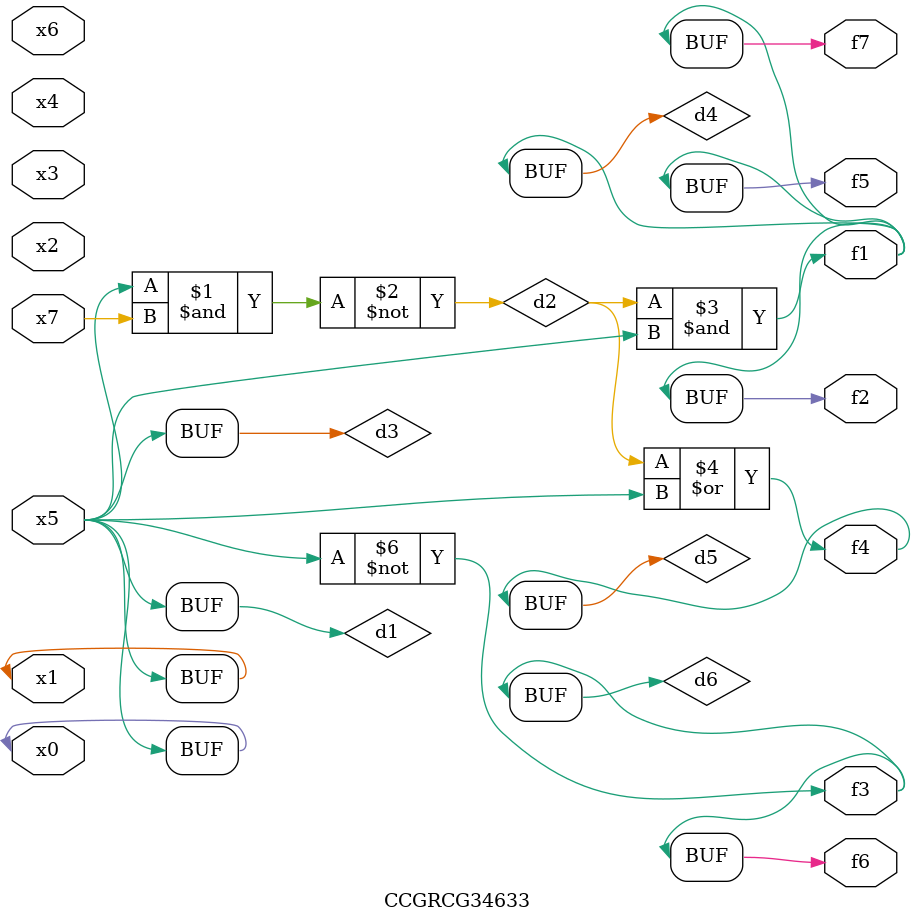
<source format=v>
module CCGRCG34633(
	input x0, x1, x2, x3, x4, x5, x6, x7,
	output f1, f2, f3, f4, f5, f6, f7
);

	wire d1, d2, d3, d4, d5, d6;

	buf (d1, x0, x5);
	nand (d2, x5, x7);
	buf (d3, x0, x1);
	and (d4, d2, d3);
	or (d5, d2, d3);
	nor (d6, d1, d3);
	assign f1 = d4;
	assign f2 = d4;
	assign f3 = d6;
	assign f4 = d5;
	assign f5 = d4;
	assign f6 = d6;
	assign f7 = d4;
endmodule

</source>
